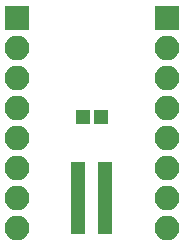
<source format=gts>
G04 #@! TF.GenerationSoftware,KiCad,Pcbnew,(5.0-dev-4158-ga83669ab1)*
G04 #@! TF.CreationDate,2018-03-07T22:38:41+01:00*
G04 #@! TF.ProjectId,bbq10breakout,6262713130627265616B6F75742E6B69,rev?*
G04 #@! TF.SameCoordinates,Original*
G04 #@! TF.FileFunction,Soldermask,Top*
G04 #@! TF.FilePolarity,Negative*
%FSLAX46Y46*%
G04 Gerber Fmt 4.6, Leading zero omitted, Abs format (unit mm)*
G04 Created by KiCad (PCBNEW (5.0-dev-4158-ga83669ab1)) date 03/07/18 22:38:41*
%MOMM*%
%LPD*%
G01*
G04 APERTURE LIST*
%ADD10R,2.100000X2.100000*%
%ADD11O,2.100000X2.100000*%
%ADD12R,1.200000X1.150000*%
%ADD13R,1.200000X0.600000*%
%ADD14R,1.200000X0.800000*%
G04 APERTURE END LIST*
D10*
X180340000Y-33020000D03*
D11*
X180340000Y-35560000D03*
X180340000Y-38100000D03*
X180340000Y-40640000D03*
X180340000Y-43180000D03*
X180340000Y-45720000D03*
X180340000Y-48260000D03*
X180340000Y-50800000D03*
X167640000Y-50800000D03*
X167640000Y-48260000D03*
X167640000Y-45720000D03*
X167640000Y-43180000D03*
X167640000Y-40640000D03*
X167640000Y-38100000D03*
X167640000Y-35560000D03*
D10*
X167640000Y-33020000D03*
D12*
X173240000Y-41402000D03*
X174740000Y-41402000D03*
D13*
X175140000Y-46060000D03*
X175140000Y-46460000D03*
X175140000Y-46860000D03*
X175140000Y-47260000D03*
X175140000Y-47660000D03*
X175140000Y-48060000D03*
X175140000Y-48460000D03*
X175140000Y-48860000D03*
X175140000Y-49260000D03*
X175140000Y-49660000D03*
X175140000Y-50060000D03*
X175140000Y-50460000D03*
X172840000Y-50460000D03*
X172840000Y-50060000D03*
X172840000Y-49660000D03*
X172840000Y-49260000D03*
X172840000Y-48860000D03*
X172840000Y-48460000D03*
X172840000Y-48060000D03*
X172840000Y-47660000D03*
X172840000Y-47260000D03*
X172840000Y-46860000D03*
X172840000Y-46460000D03*
X172840000Y-46060000D03*
D14*
X175140000Y-45560000D03*
X175140000Y-50960000D03*
X172840000Y-50960000D03*
X172840000Y-45560000D03*
M02*

</source>
